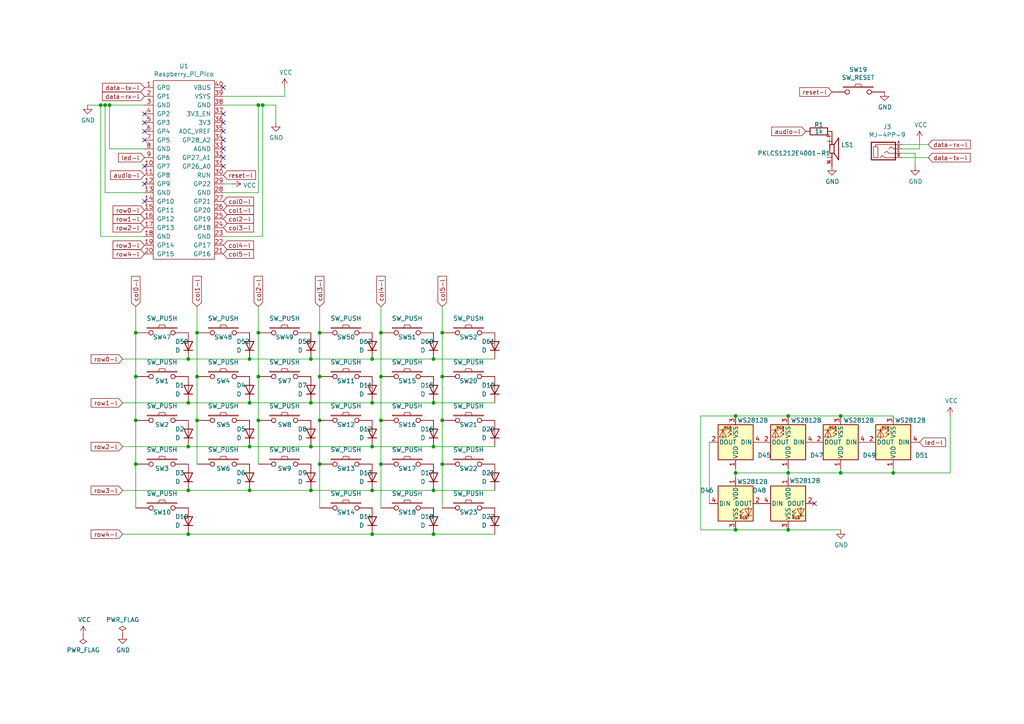
<source format=kicad_sch>
(kicad_sch (version 20250114) (generator "eeschema") (generator_version "9.0")
  (paper "A4")
  (lib_symbols
    (symbol "Device:D" (pin_numbers (hide yes)) (pin_names (offset 1.016) (hide yes))
      (property "Reference" "D" (at 0 2.54 0))
      (property "Value" "D" (at 0 -2.54 0))
      (symbol "D_0_1"
        (polyline (pts (xy -1.27 1.27) (xy -1.27 -1.27)) (stroke (width 0.254)))
        (polyline (pts (xy 1.27 1.27) (xy 1.27 -1.27) (xy -1.27 0) (xy 1.27 1.27)) (stroke (width 0.254)))
        (polyline (pts (xy 1.27 0) (xy -1.27 0)))
      )
      (symbol "D_1_1"
        (pin passive line (at -3.81 0 0) (length 2.54) (name "K") (number "1"))
        (pin passive line (at 3.81 0 180) (length 2.54) (name "A") (number "2"))
      )
    )
    (symbol "Device:R" (pin_numbers (hide yes)) (pin_names (offset 0))
      (property "Reference" "R" (at 2.032 0 90))
      (property "Value" "R" (at 0 0 90))
      (symbol "R_0_1"
        (rectangle (start -1.016 -2.54) (end 1.016 2.54) (stroke (width 0.254)))
      )
      (symbol "R_1_1"
        (pin passive line (at 0 3.81 270) (length 1.27) (name "~") (number "1"))
        (pin passive line (at 0 -3.81 90) (length 1.27) (name "~") (number "2"))
      )
    )
    (symbol "LED:WS2812B" (pin_names (offset 0.254))
      (property "Reference" "D" (at 5.08 5.715 0))
      (property "Value" "WS2812B" (at 1.27 -5.715 0))
      (symbol "WS2812B_0_0"
        (text "RGB" (at 2.286 -4.191 0) (effects (font (size 0.762 0.762))))
      )
      (symbol "WS2812B_0_1"
        (polyline (pts (xy 1.27 -2.54) (xy 1.778 -2.54)))
        (polyline (pts (xy 1.27 -3.556) (xy 1.778 -3.556)))
        (polyline (pts (xy 2.286 -1.524) (xy 1.27 -2.54) (xy 1.27 -2.032)))
        (polyline (pts (xy 2.286 -2.54) (xy 1.27 -3.556) (xy 1.27 -3.048)))
        (polyline (pts (xy 3.683 -1.016) (xy 3.683 -3.556) (xy 3.683 -4.064)))
        (polyline (pts (xy 4.699 -1.524) (xy 2.667 -1.524) (xy 3.683 -3.556) (xy 4.699 -1.524)))
        (polyline (pts (xy 4.699 -3.556) (xy 2.667 -3.556)))
        (rectangle (start 5.08 5.08) (end -5.08 -5.08) (stroke (width 0.254)) (fill (type background)))
      )
      (symbol "WS2812B_1_1"
        (pin input line (at -7.62 0 0) (length 2.54) (name "DIN") (number "4"))
        (pin power_in line (at 0 7.62 270) (length 2.54) (name "VDD") (number "1"))
        (pin power_in line (at 0 -7.62 90) (length 2.54) (name "VSS") (number "3"))
        (pin output line (at 7.62 0 180) (length 2.54) (name "DOUT") (number "2"))
      )
    )
    (symbol "_tergo_lib:MJ-4PP-9" (pin_names (offset 1.016))
      (property "Reference" "J" (at 0 3.81 0))
      (property "Value" "MJ-4PP-9" (at 0 -3.81 0))
      (symbol "MJ-4PP-9_0_1"
        (polyline (pts (xy -2.54 1.27) (xy -2.54 1.905) (xy 3.175 1.905)))
        (rectangle (start -1.905 -1.905) (end -3.175 1.27))
        (polyline (pts (xy -1.27 -1.905) (xy -0.635 -1.27) (xy 0 -1.905) (xy 3.175 -1.905)))
        (polyline (pts (xy 0 -0.635) (xy 0.635 0) (xy 1.27 -0.635) (xy 3.175 -0.635)))
        (polyline (pts (xy 1.27 0.635) (xy 1.905 1.27) (xy 2.54 0.635) (xy 3.175 0.635)))
        (rectangle (start 3.175 2.54) (end -3.81 -2.54) (stroke (width 0.3048)))
      )
      (symbol "MJ-4PP-9_1_1"
        (pin input line (at 5.08 1.905 180) (length 2.0066) (name "~") (number "A"))
        (pin input line (at 5.08 0.635 180) (length 2.0066) (name "~") (number "D"))
        (pin input line (at 5.08 -0.635 180) (length 2.0066) (name "~") (number "C"))
        (pin input line (at 5.08 -1.905 180) (length 2.0066) (name "~") (number "B"))
      )
    )
    (symbol "_tergo_lib:PKLCS1212E4001-R1" (pin_names (offset 1.016))
      (property "Reference" "LS" (at -3.82 8.9133 0))
      (property "Value" "PKLCS1212E4001-R1" (at -3.823 -11.469 0))
      (symbol "PKLCS1212E4001-R1_0_0"
        (polyline (pts (xy -0.635 1.27) (xy 0 1.27)) (stroke (width 0.254)))
        (polyline (pts (xy -0.635 -1.27) (xy -0.635 1.27)) (stroke (width 0.254)))
        (polyline (pts (xy 0 1.27) (xy 0 2.54)) (stroke (width 0.254)))
        (polyline (pts (xy 0 1.27) (xy 0.635 1.27)) (stroke (width 0.254)))
        (polyline (pts (xy 0 -1.27) (xy -0.635 -1.27)) (stroke (width 0.254)))
        (polyline (pts (xy 0 -1.27) (xy 0 -2.54)) (stroke (width 0.254)))
        (polyline (pts (xy 0.635 1.27) (xy 0.635 -1.27)) (stroke (width 0.254)))
        (polyline (pts (xy 0.635 1.27) (xy 1.905 3.175)) (stroke (width 0.254)))
        (polyline (pts (xy 0.635 -1.27) (xy 0 -1.27)) (stroke (width 0.254)))
        (polyline (pts (xy 1.905 3.175) (xy 1.905 -3.175)) (stroke (width 0.254)))
        (polyline (pts (xy 1.905 -3.175) (xy 0.635 -1.27)) (stroke (width 0.254)))
        (text "+" (at -1.905 1.27 0) (effects (font (size 1.778 1.778)) (justify left bottom)))
        (text "-" (at -1.905 -1.27 0) (effects (font (size 1.778 1.778)) (justify left top)))
        (pin passive line (at 0 5.08 270) (length 2.54) (name "~") (number "P"))
        (pin passive line (at 0 -5.08 90) (length 2.54) (name "~") (number "N"))
      )
    )
    (symbol "_tergo_lib:Raspberry_Pi_Pico" (pin_names (offset 1.016))
      (property "Reference" "U" (at 0 27.559 0))
      (property "Value" "Raspberry_Pi_Pico" (at 0.0508 -27.4574 0))
      (symbol "Raspberry_Pi_Pico_0_0"
        (pin bidirectional line (at -11.43 24.13 0) (length 2.54) (name "GP0") (number "1"))
        (pin bidirectional line (at -11.43 21.59 0) (length 2.54) (name "GP1") (number "2"))
        (pin power_in line (at -11.43 19.05 0) (length 2.54) (name "GND") (number "3"))
        (pin bidirectional line (at -11.43 16.51 0) (length 2.54) (name "GP2") (number "4"))
        (pin bidirectional line (at -11.43 13.97 0) (length 2.54) (name "GP3") (number "5"))
        (pin bidirectional line (at -11.43 11.43 0) (length 2.54) (name "GP4") (number "6"))
        (pin bidirectional line (at -11.43 8.89 0) (length 2.54) (name "GP5") (number "7"))
        (pin power_in line (at -11.43 6.35 0) (length 2.54) (name "GND") (number "8"))
        (pin bidirectional line (at -11.43 3.81 0) (length 2.54) (name "GP6") (number "9"))
        (pin bidirectional line (at -11.43 1.27 0) (length 2.54) (name "GP7") (number "10"))
        (pin bidirectional line (at -11.43 -1.27 0) (length 2.54) (name "GP8") (number "11"))
        (pin bidirectional line (at -11.43 -3.81 0) (length 2.54) (name "GP9") (number "12"))
        (pin power_in line (at -11.43 -6.35 0) (length 2.54) (name "GND") (number "13"))
        (pin bidirectional line (at -11.43 -8.89 0) (length 2.54) (name "GP10") (number "14"))
        (pin bidirectional line (at -11.43 -11.43 0) (length 2.54) (name "GP11") (number "15"))
        (pin bidirectional line (at -11.43 -13.97 0) (length 2.54) (name "GP12") (number "16"))
        (pin bidirectional line (at -11.43 -16.51 0) (length 2.54) (name "GP13") (number "17"))
        (pin power_in line (at -11.43 -19.05 0) (length 2.54) (name "GND") (number "18"))
        (pin bidirectional line (at -11.43 -21.59 0) (length 2.54) (name "GP14") (number "19"))
        (pin bidirectional line (at -11.43 -24.13 0) (length 2.54) (name "GP15") (number "20"))
        (pin power_in line (at 11.43 24.13 180) (length 2.54) (name "VBUS") (number "40"))
        (pin power_in line (at 11.43 21.59 180) (length 2.54) (name "VSYS") (number "39"))
        (pin power_in line (at 11.43 19.05 180) (length 2.54) (name "GND") (number "38"))
        (pin input line (at 11.43 16.51 180) (length 2.54) (name "3V3_EN") (number "37"))
        (pin power_out line (at 11.43 13.97 180) (length 2.54) (name "3V3") (number "36"))
        (pin power_in line (at 11.43 11.43 180) (length 2.54) (name "ADC_VREF") (number "35"))
        (pin bidirectional line (at 11.43 8.89 180) (length 2.54) (name "GP28_A2") (number "34"))
        (pin power_in line (at 11.43 6.35 180) (length 2.54) (name "AGND") (number "33"))
        (pin bidirectional line (at 11.43 3.81 180) (length 2.54) (name "GP27_A1") (number "32"))
        (pin bidirectional line (at 11.43 1.27 180) (length 2.54) (name "GP26_A0") (number "31"))
        (pin input line (at 11.43 -1.27 180) (length 2.54) (name "RUN") (number "30"))
        (pin bidirectional line (at 11.43 -3.81 180) (length 2.54) (name "GP22") (number "29"))
        (pin power_in line (at 11.43 -6.35 180) (length 2.54) (name "GND") (number "28"))
        (pin bidirectional line (at 11.43 -8.89 180) (length 2.54) (name "GP21") (number "27"))
        (pin bidirectional line (at 11.43 -11.43 180) (length 2.54) (name "GP20") (number "26"))
        (pin bidirectional line (at 11.43 -13.97 180) (length 2.54) (name "GP19") (number "25"))
        (pin bidirectional line (at 11.43 -16.51 180) (length 2.54) (name "GP18") (number "24"))
        (pin power_in line (at 11.43 -19.05 180) (length 2.54) (name "GND") (number "23"))
        (pin bidirectional line (at 11.43 -21.59 180) (length 2.54) (name "GP17") (number "22"))
        (pin bidirectional line (at 11.43 -24.13 180) (length 2.54) (name "GP16") (number "21"))
      )
      (symbol "Raspberry_Pi_Pico_0_1"
        (rectangle (start -8.89 26.162) (end 8.89 -25.654))
      )
    )
    (symbol "_tergo_lib:SW_PUSH" (pin_numbers (hide yes)) (pin_names (offset 1.016) (hide yes))
      (property "Reference" "SW" (at 3.81 2.794 0))
      (property "Value" "SW_PUSH" (at 0 -2.032 0))
      (symbol "SW_PUSH_0_1"
        (rectangle (start -4.318 1.524) (end 4.318 1.27))
        (polyline (pts (xy -1.016 1.524) (xy -0.762 2.286) (xy 0.762 2.286) (xy 1.016 1.524)))
        (pin passive inverted (at -7.62 0 0) (length 5.08) (name "1") (number "1"))
        (pin passive inverted (at 7.62 0 180) (length 5.08) (name "2") (number "2"))
      )
    )
    (symbol "power:GND" (power) (pin_numbers (hide yes)) (pin_names (offset 0) (hide yes))
      (property "Value" "GND" (at 0 -3.81 0))
      (symbol "GND_0_1"
        (polyline (pts (xy 0 0) (xy 0 -1.27) (xy 1.27 -1.27) (xy 0 -2.54) (xy -1.27 -1.27) (xy 0 -1.27)))
      )
      (symbol "GND_1_1"
        (pin power_in line (at 0 0 270) (length 0) (name "~") (number "1"))
      )
    )
    (symbol "power:PWR_FLAG" (power) (pin_numbers (hide yes)) (pin_names (offset 0) (hide yes))
      (property "Value" "PWR_FLAG" (at 0 3.81 0))
      (symbol "PWR_FLAG_0_0"
        (pin power_out line (at 0 0 90) (length 0) (name "~") (number "1"))
      )
      (symbol "PWR_FLAG_0_1"
        (polyline (pts (xy 0 0) (xy 0 1.27) (xy -1.016 1.905) (xy 0 2.54) (xy 1.016 1.905) (xy 0 1.27)))
      )
    )
    (symbol "power:VCC" (power) (pin_numbers (hide yes)) (pin_names (offset 0) (hide yes))
      (property "Value" "VCC" (at 0 3.556 0))
      (symbol "VCC_0_1"
        (polyline (pts (xy -0.762 1.27) (xy 0 2.54)))
        (polyline (pts (xy 0 2.54) (xy 0.762 1.27)))
        (polyline (pts (xy 0 0) (xy 0 2.54)))
      )
      (symbol "VCC_1_1"
        (pin power_in line (at 0 0 90) (length 0) (name "~") (number "1"))
      )
    )
  )
  (junction (at 213.36 137.16))
  (junction (at 125.73 142.24))
  (junction (at 74.93 109.22))
  (junction (at 213.36 153.67))
  (junction (at 54.61 116.84))
  (junction (at 74.93 121.92))
  (junction (at 72.39 129.54))
  (junction (at 57.15 121.92))
  (junction (at 92.71 134.62))
  (junction (at 107.95 154.94))
  (junction (at 128.27 121.92))
  (junction (at 54.61 142.24))
  (junction (at 31.75 30.48))
  (junction (at 76.2 30.48))
  (junction (at 54.61 104.14))
  (junction (at 90.17 142.24))
  (junction (at 228.6 120.65))
  (junction (at 107.95 116.84))
  (junction (at 72.39 104.14))
  (junction (at 74.93 30.48))
  (junction (at 30.48 30.48))
  (junction (at 29.21 30.48))
  (junction (at 213.36 120.65))
  (junction (at 125.73 129.54))
  (junction (at 110.49 109.22))
  (junction (at 72.39 142.24))
  (junction (at 39.37 96.52))
  (junction (at 92.71 96.52))
  (junction (at 128.27 134.62))
  (junction (at 228.6 153.67))
  (junction (at 74.93 96.52))
  (junction (at 243.84 120.65))
  (junction (at 125.73 154.94))
  (junction (at 90.17 116.84))
  (junction (at 39.37 134.62))
  (junction (at 57.15 109.22))
  (junction (at 57.15 96.52))
  (junction (at 128.27 109.22))
  (junction (at 110.49 134.62))
  (junction (at 54.61 154.94))
  (junction (at 39.37 109.22))
  (junction (at 125.73 104.14))
  (junction (at 243.84 137.16))
  (junction (at 259.08 137.16))
  (junction (at 90.17 104.14))
  (junction (at 54.61 129.54))
  (junction (at 228.6 137.16))
  (junction (at 107.95 142.24))
  (junction (at 92.71 109.22))
  (junction (at 125.73 116.84))
  (junction (at 128.27 96.52))
  (junction (at 39.37 121.92))
  (junction (at 110.49 96.52))
  (junction (at 90.17 129.54))
  (junction (at 107.95 104.14))
  (junction (at 110.49 121.92))
  (junction (at 107.95 129.54))
  (junction (at 92.71 121.92))
  (junction (at 72.39 116.84))
  (no_connect (at 64.77 25.4))
  (no_connect (at 64.77 33.02))
  (no_connect (at 64.77 45.72))
  (no_connect (at 64.77 48.26))
  (no_connect (at 41.91 35.56))
  (no_connect (at 41.91 33.02))
  (no_connect (at 41.91 58.42))
  (no_connect (at 41.91 53.34))
  (no_connect (at 41.91 48.26))
  (no_connect (at 64.77 43.18))
  (no_connect (at 64.77 35.56))
  (no_connect (at 236.22 146.05))
  (no_connect (at 64.77 38.1))
  (no_connect (at 41.91 38.1))
  (no_connect (at 41.91 40.64))
  (no_connect (at 64.77 40.64))
  (wire (pts (xy 92.71 96.52) (xy 92.71 88.9)))
  (wire (pts (xy 76.2 30.48) (xy 80.01 30.48)))
  (wire (pts (xy 35.56 142.24) (xy 54.61 142.24)))
  (wire (pts (xy 110.49 121.92) (xy 110.49 109.22)))
  (wire (pts (xy 74.93 121.92) (xy 74.93 134.62)))
  (wire (pts (xy 29.21 30.48) (xy 30.48 30.48)))
  (wire (pts (xy 266.7 43.18) (xy 266.7 40.64)))
  (wire (pts (xy 213.36 120.65) (xy 203.2 120.65)))
  (wire (pts (xy 31.75 30.48) (xy 41.91 30.48)))
  (wire (pts (xy 57.15 121.92) (xy 57.15 134.62)))
  (wire (pts (xy 125.73 142.24) (xy 107.95 142.24)))
  (wire (pts (xy 213.36 153.67) (xy 228.6 153.67)))
  (wire (pts (xy 261.62 43.18) (xy 266.7 43.18)))
  (wire (pts (xy 35.56 104.14) (xy 54.61 104.14)))
  (wire (pts (xy 54.61 129.54) (xy 35.56 129.54)))
  (wire (pts (xy 128.27 121.92) (xy 128.27 134.62)))
  (wire (pts (xy 110.49 88.9) (xy 110.49 96.52)))
  (wire (pts (xy 64.77 27.94) (xy 82.55 27.94)))
  (wire (pts (xy 259.08 120.65) (xy 243.84 120.65)))
  (wire (pts (xy 107.95 104.14) (xy 125.73 104.14)))
  (wire (pts (xy 82.55 25.4) (xy 82.55 27.94)))
  (wire (pts (xy 228.6 135.89) (xy 228.6 137.16)))
  (wire (pts (xy 259.08 137.16) (xy 243.84 137.16)))
  (wire (pts (xy 54.61 154.94) (xy 35.56 154.94)))
  (wire (pts (xy 275.59 137.16) (xy 259.08 137.16)))
  (wire (pts (xy 228.6 137.16) (xy 213.36 137.16)))
  (wire (pts (xy 213.36 137.16) (xy 213.36 135.89)))
  (wire (pts (xy 143.51 154.94) (xy 125.73 154.94)))
  (wire (pts (xy 143.51 129.54) (xy 125.73 129.54)))
  (wire (pts (xy 39.37 88.9) (xy 39.37 96.52)))
  (wire (pts (xy 125.73 104.14) (xy 143.51 104.14)))
  (wire (pts (xy 110.49 96.52) (xy 110.49 109.22)))
  (wire (pts (xy 72.39 104.14) (xy 90.17 104.14)))
  (wire (pts (xy 39.37 134.62) (xy 39.37 121.92)))
  (wire (pts (xy 64.77 53.34) (xy 67.31 53.34)))
  (wire (pts (xy 30.48 55.88) (xy 30.48 30.48)))
  (wire (pts (xy 107.95 142.24) (xy 90.17 142.24)))
  (wire (pts (xy 203.2 153.67) (xy 213.36 153.67)))
  (wire (pts (xy 228.6 138.43) (xy 228.6 137.16)))
  (wire (pts (xy 92.71 121.92) (xy 92.71 134.62)))
  (wire (pts (xy 228.6 120.65) (xy 213.36 120.65)))
  (wire (pts (xy 39.37 96.52) (xy 39.37 109.22)))
  (wire (pts (xy 261.62 44.45) (xy 265.43 44.45)))
  (wire (pts (xy 275.59 120.65) (xy 275.59 137.16)))
  (wire (pts (xy 128.27 88.9) (xy 128.27 96.52)))
  (wire (pts (xy 57.15 109.22) (xy 57.15 121.92)))
  (wire (pts (xy 29.21 68.58) (xy 29.21 30.48)))
  (wire (pts (xy 107.95 129.54) (xy 90.17 129.54)))
  (wire (pts (xy 128.27 109.22) (xy 128.27 121.92)))
  (wire (pts (xy 90.17 104.14) (xy 107.95 104.14)))
  (wire (pts (xy 269.24 45.72) (xy 261.62 45.72)))
  (wire (pts (xy 243.84 120.65) (xy 228.6 120.65)))
  (wire (pts (xy 57.15 96.52) (xy 57.15 109.22)))
  (wire (pts (xy 143.51 142.24) (xy 125.73 142.24)))
  (wire (pts (xy 54.61 116.84) (xy 35.56 116.84)))
  (wire (pts (xy 54.61 154.94) (xy 107.95 154.94)))
  (wire (pts (xy 143.51 116.84) (xy 125.73 116.84)))
  (wire (pts (xy 74.93 109.22) (xy 74.93 121.92)))
  (wire (pts (xy 64.77 55.88) (xy 74.93 55.88)))
  (wire (pts (xy 92.71 109.22) (xy 92.71 96.52)))
  (wire (pts (xy 259.08 135.89) (xy 259.08 137.16)))
  (wire (pts (xy 74.93 30.48) (xy 76.2 30.48)))
  (wire (pts (xy 31.75 43.18) (xy 31.75 30.48)))
  (wire (pts (xy 92.71 147.32) (xy 92.71 134.62)))
  (wire (pts (xy 110.49 134.62) (xy 110.49 147.32)))
  (wire (pts (xy 90.17 142.24) (xy 72.39 142.24)))
  (wire (pts (xy 125.73 116.84) (xy 107.95 116.84)))
  (wire (pts (xy 41.91 43.18) (xy 31.75 43.18)))
  (wire (pts (xy 125.73 154.94) (xy 107.95 154.94)))
  (wire (pts (xy 80.01 30.48) (xy 80.01 35.56)))
  (wire (pts (xy 74.93 96.52) (xy 74.93 109.22)))
  (wire (pts (xy 57.15 88.9) (xy 57.15 96.52)))
  (wire (pts (xy 41.91 55.88) (xy 30.48 55.88)))
  (wire (pts (xy 128.27 134.62) (xy 128.27 147.32)))
  (wire (pts (xy 74.93 55.88) (xy 74.93 30.48)))
  (wire (pts (xy 72.39 142.24) (xy 54.61 142.24)))
  (wire (pts (xy 30.48 30.48) (xy 31.75 30.48)))
  (wire (pts (xy 243.84 135.89) (xy 243.84 137.16)))
  (wire (pts (xy 92.71 121.92) (xy 92.71 109.22)))
  (wire (pts (xy 90.17 116.84) (xy 72.39 116.84)))
  (wire (pts (xy 72.39 129.54) (xy 54.61 129.54)))
  (wire (pts (xy 64.77 68.58) (xy 76.2 68.58)))
  (wire (pts (xy 39.37 109.22) (xy 39.37 121.92)))
  (wire (pts (xy 265.43 44.45) (xy 265.43 48.26)))
  (wire (pts (xy 110.49 121.92) (xy 110.49 134.62)))
  (wire (pts (xy 203.2 120.65) (xy 203.2 153.67)))
  (wire (pts (xy 25.4 30.48) (xy 29.21 30.48)))
  (wire (pts (xy 125.73 129.54) (xy 107.95 129.54)))
  (wire (pts (xy 205.74 128.27) (xy 205.74 146.05)))
  (wire (pts (xy 213.36 138.43) (xy 213.36 137.16)))
  (wire (pts (xy 41.91 68.58) (xy 29.21 68.58)))
  (wire (pts (xy 54.61 104.14) (xy 72.39 104.14)))
  (wire (pts (xy 90.17 129.54) (xy 72.39 129.54)))
  (wire (pts (xy 76.2 68.58) (xy 76.2 30.48)))
  (wire (pts (xy 128.27 96.52) (xy 128.27 109.22)))
  (wire (pts (xy 74.93 88.9) (xy 74.93 96.52)))
  (wire (pts (xy 107.95 116.84) (xy 90.17 116.84)))
  (wire (pts (xy 228.6 153.67) (xy 243.84 153.67)))
  (wire (pts (xy 243.84 137.16) (xy 228.6 137.16)))
  (wire (pts (xy 72.39 116.84) (xy 54.61 116.84)))
  (wire (pts (xy 39.37 134.62) (xy 39.37 147.32)))
  (wire (pts (xy 64.77 30.48) (xy 74.93 30.48)))
  (wire (pts (xy 261.62 41.91) (xy 269.24 41.91)))
  (global_label "row1-l" (shape input) (at 35.56 116.84 180) (property "Intersheetrefs" "${INTERSHEET_REFS}" (effects (hide yes))))
  (global_label "col1-l" (shape input) (at 64.77 60.96 0) (property "Intersheetrefs" "${INTERSHEET_REFS}" (effects (hide yes))))
  (global_label "col5-l" (shape input) (at 128.27 88.9 90) (property "Intersheetrefs" "${INTERSHEET_REFS}" (effects (hide yes))))
  (global_label "row2-l" (shape input) (at 35.56 129.54 180) (property "Intersheetrefs" "${INTERSHEET_REFS}" (effects (hide yes))))
  (global_label "col0-l" (shape input) (at 39.37 88.9 90) (property "Intersheetrefs" "${INTERSHEET_REFS}" (effects (hide yes))))
  (global_label "row4-l" (shape input) (at 35.56 154.94 180) (property "Intersheetrefs" "${INTERSHEET_REFS}" (effects (hide yes))))
  (global_label "audio-l" (shape input) (at 233.68 38.1 180) (property "Intersheetrefs" "${INTERSHEET_REFS}" (effects (hide yes))))
  (global_label "col5-l" (shape input) (at 64.77 73.66 0) (property "Intersheetrefs" "${INTERSHEET_REFS}" (effects (hide yes))))
  (global_label "data-rx-l" (shape input) (at 41.91 27.94 180) (property "Intersheetrefs" "${INTERSHEET_REFS}" (effects (hide yes))))
  (global_label "col4-l" (shape input) (at 64.77 71.12 0) (property "Intersheetrefs" "${INTERSHEET_REFS}" (effects (hide yes))))
  (global_label "row2-l" (shape input) (at 41.91 66.04 180) (property "Intersheetrefs" "${INTERSHEET_REFS}" (effects (hide yes))))
  (global_label "col2-l" (shape input) (at 64.77 63.5 0) (property "Intersheetrefs" "${INTERSHEET_REFS}" (effects (hide yes))))
  (global_label "reset-l" (shape input) (at 64.77 50.8 0) (property "Intersheetrefs" "${INTERSHEET_REFS}" (effects (hide yes))))
  (global_label "col0-l" (shape input) (at 64.77 58.42 0) (property "Intersheetrefs" "${INTERSHEET_REFS}" (effects (hide yes))))
  (global_label "audio-l" (shape input) (at 41.91 50.8 180) (property "Intersheetrefs" "${INTERSHEET_REFS}" (effects (hide yes))))
  (global_label "data-tx-l" (shape input) (at 41.91 25.4 180) (property "Intersheetrefs" "${INTERSHEET_REFS}" (effects (hide yes))))
  (global_label "led-l" (shape input) (at 41.91 45.72 180) (property "Intersheetrefs" "${INTERSHEET_REFS}" (effects (hide yes))))
  (global_label "led-l" (shape input) (at 266.7 128.27 0) (property "Intersheetrefs" "${INTERSHEET_REFS}" (effects (hide yes))))
  (global_label "row3-l" (shape input) (at 41.91 71.12 180) (property "Intersheetrefs" "${INTERSHEET_REFS}" (effects (hide yes))))
  (global_label "row0-l" (shape input) (at 35.56 104.14 180) (property "Intersheetrefs" "${INTERSHEET_REFS}" (effects (hide yes))))
  (global_label "col1-l" (shape input) (at 57.15 88.9 90) (property "Intersheetrefs" "${INTERSHEET_REFS}" (effects (hide yes))))
  (global_label "data-rx-l" (shape input) (at 269.24 41.91 0) (property "Intersheetrefs" "${INTERSHEET_REFS}" (effects (hide yes))))
  (global_label "col3-l" (shape input) (at 92.71 88.9 90) (property "Intersheetrefs" "${INTERSHEET_REFS}" (effects (hide yes))))
  (global_label "row4-l" (shape input) (at 41.91 73.66 180) (property "Intersheetrefs" "${INTERSHEET_REFS}" (effects (hide yes))))
  (global_label "row0-l" (shape input) (at 41.91 60.96 180) (property "Intersheetrefs" "${INTERSHEET_REFS}" (effects (hide yes))))
  (global_label "col2-l" (shape input) (at 74.93 88.9 90) (property "Intersheetrefs" "${INTERSHEET_REFS}" (effects (hide yes))))
  (global_label "row3-l" (shape input) (at 35.56 142.24 180) (property "Intersheetrefs" "${INTERSHEET_REFS}" (effects (hide yes))))
  (global_label "col4-l" (shape input) (at 110.49 88.9 90) (property "Intersheetrefs" "${INTERSHEET_REFS}" (effects (hide yes))))
  (global_label "reset-l" (shape input) (at 241.3 26.67 180) (property "Intersheetrefs" "${INTERSHEET_REFS}" (effects (hide yes))))
  (global_label "col3-l" (shape input) (at 64.77 66.04 0) (property "Intersheetrefs" "${INTERSHEET_REFS}" (effects (hide yes))))
  (global_label "row1-l" (shape input) (at 41.91 63.5 180) (property "Intersheetrefs" "${INTERSHEET_REFS}" (effects (hide yes))))
  (global_label "data-tx-l" (shape input) (at 269.24 45.72 0) (property "Intersheetrefs" "${INTERSHEET_REFS}" (effects (hide yes))))
  (symbol (lib_id "_tergo_lib:SW_PUSH") (at 46.99 109.22 0) (unit 1)
    (property "Reference" "SW1" (at 46.99 110.49 0))
    (property "Value" "SW_PUSH" (at 46.99 105.0544 0))
    (property "Footprint" "_tergo_lib:CherryMX_Choco_Hotswap" (effects (hide yes)))
  )
  (symbol (lib_id "Device:D") (at 54.61 113.03 90) (unit 1)
    (property "Reference" "D1" (at 50.8 111.76 90) (effects (justify right)))
    (property "Value" "D" (at 50.8 114.3 90) (effects (justify right)))
    (property "Footprint" "_tergo_lib:Keebio-Diode-Hybrid-Back" (effects (hide yes)))
    (property "Description" "Diode" (effects (hide yes)))
    (property "Sim.Device" "D" (effects (hide yes)))
    (property "Sim.Pins" "1=K 2=A" (effects (hide yes)))
  )
  (symbol (lib_id "_tergo_lib:SW_PUSH") (at 46.99 121.92 0) (unit 1)
    (property "Reference" "SW2" (at 46.99 123.19 0))
    (property "Value" "SW_PUSH" (at 46.99 117.7544 0))
    (property "Footprint" "_tergo_lib:CherryMX_Choco_Hotswap" (effects (hide yes)))
  )
  (symbol (lib_id "Device:D") (at 54.61 125.73 90) (unit 1)
    (property "Reference" "D2" (at 50.8 124.46 90) (effects (justify right)))
    (property "Value" "D" (at 50.8 127 90) (effects (justify right)))
    (property "Footprint" "_tergo_lib:Keebio-Diode-Hybrid-Back" (effects (hide yes)))
    (property "Description" "Diode" (effects (hide yes)))
    (property "Sim.Device" "D" (effects (hide yes)))
    (property "Sim.Pins" "1=K 2=A" (effects (hide yes)))
  )
  (symbol (lib_id "_tergo_lib:SW_PUSH") (at 46.99 134.62 0) (unit 1)
    (property "Reference" "SW3" (at 46.99 135.89 0))
    (property "Value" "SW_PUSH" (at 46.99 130.4544 0))
    (property "Footprint" "_tergo_lib:CherryMX_Choco_Hotswap" (effects (hide yes)))
  )
  (symbol (lib_id "Device:D") (at 54.61 138.43 90) (unit 1)
    (property "Reference" "D3" (at 50.8 137.16 90) (effects (justify right)))
    (property "Value" "D" (at 50.8 139.7 90) (effects (justify right)))
    (property "Footprint" "_tergo_lib:Keebio-Diode-Hybrid-Back" (effects (hide yes)))
    (property "Description" "Diode" (effects (hide yes)))
    (property "Sim.Device" "D" (effects (hide yes)))
    (property "Sim.Pins" "1=K 2=A" (effects (hide yes)))
  )
  (symbol (lib_id "_tergo_lib:SW_PUSH") (at 64.77 109.22 0) (unit 1)
    (property "Reference" "SW4" (at 64.77 110.49 0))
    (property "Value" "SW_PUSH" (at 64.77 105.0544 0))
    (property "Footprint" "_tergo_lib:CherryMX_Choco_Hotswap" (effects (hide yes)))
  )
  (symbol (lib_id "Device:D") (at 72.39 113.03 90) (unit 1)
    (property "Reference" "D4" (at 68.58 111.76 90) (effects (justify right)))
    (property "Value" "D" (at 68.58 114.3 90) (effects (justify right)))
    (property "Footprint" "_tergo_lib:Keebio-Diode-Hybrid-Back" (effects (hide yes)))
    (property "Description" "Diode" (effects (hide yes)))
    (property "Sim.Device" "D" (effects (hide yes)))
    (property "Sim.Pins" "1=K 2=A" (effects (hide yes)))
  )
  (symbol (lib_id "_tergo_lib:SW_PUSH") (at 64.77 121.92 0) (unit 1)
    (property "Reference" "SW5" (at 64.77 123.19 0))
    (property "Value" "SW_PUSH" (at 64.77 117.7544 0))
    (property "Footprint" "_tergo_lib:CherryMX_Choco_Hotswap" (effects (hide yes)))
  )
  (symbol (lib_id "Device:D") (at 72.39 125.73 90) (unit 1)
    (property "Reference" "D5" (at 68.58 124.46 90) (effects (justify right)))
    (property "Value" "D" (at 68.58 127 90) (effects (justify right)))
    (property "Footprint" "_tergo_lib:Keebio-Diode-Hybrid-Back" (effects (hide yes)))
    (property "Description" "Diode" (effects (hide yes)))
    (property "Sim.Device" "D" (effects (hide yes)))
    (property "Sim.Pins" "1=K 2=A" (effects (hide yes)))
  )
  (symbol (lib_id "_tergo_lib:SW_PUSH") (at 64.77 134.62 0) (unit 1)
    (property "Reference" "SW6" (at 64.77 135.89 0))
    (property "Value" "SW_PUSH" (at 64.77 130.4544 0))
    (property "Footprint" "_tergo_lib:CherryMX_Choco_Hotswap" (effects (hide yes)))
  )
  (symbol (lib_id "Device:D") (at 72.39 138.43 90) (unit 1)
    (property "Reference" "D6" (at 68.58 137.16 90) (effects (justify right)))
    (property "Value" "D" (at 68.58 139.7 90) (effects (justify right)))
    (property "Footprint" "_tergo_lib:Keebio-Diode-Hybrid-Back" (effects (hide yes)))
    (property "Description" "Diode" (effects (hide yes)))
    (property "Sim.Device" "D" (effects (hide yes)))
    (property "Sim.Pins" "1=K 2=A" (effects (hide yes)))
  )
  (symbol (lib_id "_tergo_lib:SW_PUSH") (at 82.55 109.22 0) (unit 1)
    (property "Reference" "SW7" (at 82.55 110.49 0))
    (property "Value" "SW_PUSH" (at 82.55 105.0544 0))
    (property "Footprint" "_tergo_lib:CherryMX_Choco_Hotswap" (effects (hide yes)))
  )
  (symbol (lib_id "Device:D") (at 90.17 113.03 90) (unit 1)
    (property "Reference" "D7" (at 86.36 111.76 90) (effects (justify right)))
    (property "Value" "D" (at 86.36 114.3 90) (effects (justify right)))
    (property "Footprint" "_tergo_lib:Keebio-Diode-Hybrid-Back" (effects (hide yes)))
    (property "Description" "Diode" (effects (hide yes)))
    (property "Sim.Device" "D" (effects (hide yes)))
    (property "Sim.Pins" "1=K 2=A" (effects (hide yes)))
  )
  (symbol (lib_id "_tergo_lib:SW_PUSH") (at 82.55 121.92 0) (unit 1)
    (property "Reference" "SW8" (at 82.55 123.19 0))
    (property "Value" "SW_PUSH" (at 82.55 117.7544 0))
    (property "Footprint" "_tergo_lib:CherryMX_Choco_Hotswap" (effects (hide yes)))
  )
  (symbol (lib_id "Device:D") (at 90.17 125.73 90) (unit 1)
    (property "Reference" "D8" (at 86.36 124.46 90) (effects (justify right)))
    (property "Value" "D" (at 86.36 127 90) (effects (justify right)))
    (property "Footprint" "_tergo_lib:Keebio-Diode-Hybrid-Back" (effects (hide yes)))
    (property "Description" "Diode" (effects (hide yes)))
    (property "Sim.Device" "D" (effects (hide yes)))
    (property "Sim.Pins" "1=K 2=A" (effects (hide yes)))
  )
  (symbol (lib_id "_tergo_lib:SW_PUSH") (at 82.55 134.62 0) (unit 1)
    (property "Reference" "SW9" (at 82.55 135.89 0))
    (property "Value" "SW_PUSH" (at 82.55 130.4544 0))
    (property "Footprint" "_tergo_lib:CherryMX_Choco_Hotswap" (effects (hide yes)))
  )
  (symbol (lib_id "Device:D") (at 90.17 138.43 90) (unit 1)
    (property "Reference" "D9" (at 86.36 137.16 90) (effects (justify right)))
    (property "Value" "D" (at 86.36 139.7 90) (effects (justify right)))
    (property "Footprint" "_tergo_lib:Keebio-Diode-Hybrid-Back" (effects (hide yes)))
    (property "Description" "Diode" (effects (hide yes)))
    (property "Sim.Device" "D" (effects (hide yes)))
    (property "Sim.Pins" "1=K 2=A" (effects (hide yes)))
  )
  (symbol (lib_id "_tergo_lib:SW_PUSH") (at 46.99 147.32 0) (unit 1)
    (property "Reference" "SW10" (at 46.99 148.59 0))
    (property "Value" "SW_PUSH" (at 46.99 143.1544 0))
    (property "Footprint" "_tergo_lib:CherryMX_Choco_Hotswap" (effects (hide yes)))
  )
  (symbol (lib_id "Device:D") (at 54.61 151.13 90) (unit 1)
    (property "Reference" "D10" (at 50.8 149.86 90) (effects (justify right)))
    (property "Value" "D" (at 50.8 152.4 90) (effects (justify right)))
    (property "Footprint" "_tergo_lib:Keebio-Diode-Hybrid-Back" (effects (hide yes)))
    (property "Description" "Diode" (effects (hide yes)))
    (property "Sim.Device" "D" (effects (hide yes)))
    (property "Sim.Pins" "1=K 2=A" (effects (hide yes)))
  )
  (symbol (lib_id "_tergo_lib:SW_PUSH") (at 100.33 109.22 0) (unit 1)
    (property "Reference" "SW11" (at 100.33 110.49 0))
    (property "Value" "SW_PUSH" (at 100.33 105.0544 0))
    (property "Footprint" "_tergo_lib:CherryMX_Choco_Hotswap" (effects (hide yes)))
  )
  (symbol (lib_id "Device:D") (at 107.95 113.03 90) (unit 1)
    (property "Reference" "D11" (at 104.14 111.76 90) (effects (justify right)))
    (property "Value" "D" (at 104.14 114.3 90) (effects (justify right)))
    (property "Footprint" "_tergo_lib:Keebio-Diode-Hybrid-Back" (effects (hide yes)))
    (property "Description" "Diode" (effects (hide yes)))
    (property "Sim.Device" "D" (effects (hide yes)))
    (property "Sim.Pins" "1=K 2=A" (effects (hide yes)))
  )
  (symbol (lib_id "_tergo_lib:SW_PUSH") (at 100.33 121.92 0) (unit 1)
    (property "Reference" "SW12" (at 100.33 123.19 0))
    (property "Value" "SW_PUSH" (at 100.33 117.7544 0))
    (property "Footprint" "_tergo_lib:CherryMX_Choco_Hotswap" (effects (hide yes)))
  )
  (symbol (lib_id "Device:D") (at 107.95 125.73 90) (unit 1)
    (property "Reference" "D12" (at 104.14 124.46 90) (effects (justify right)))
    (property "Value" "D" (at 104.14 127 90) (effects (justify right)))
    (property "Footprint" "_tergo_lib:Keebio-Diode-Hybrid-Back" (effects (hide yes)))
    (property "Description" "Diode" (effects (hide yes)))
    (property "Sim.Device" "D" (effects (hide yes)))
    (property "Sim.Pins" "1=K 2=A" (effects (hide yes)))
  )
  (symbol (lib_id "_tergo_lib:SW_PUSH") (at 100.33 134.62 0) (unit 1)
    (property "Reference" "SW13" (at 100.33 135.89 0))
    (property "Value" "SW_PUSH" (at 100.33 130.4544 0))
    (property "Footprint" "_tergo_lib:CherryMX_Choco_Hotswap" (effects (hide yes)))
  )
  (symbol (lib_id "Device:D") (at 107.95 138.43 90) (unit 1)
    (property "Reference" "D13" (at 104.14 137.16 90) (effects (justify right)))
    (property "Value" "D" (at 104.14 139.7 90) (effects (justify right)))
    (property "Footprint" "_tergo_lib:Keebio-Diode-Hybrid-Back" (effects (hide yes)))
    (property "Description" "Diode" (effects (hide yes)))
    (property "Sim.Device" "D" (effects (hide yes)))
    (property "Sim.Pins" "1=K 2=A" (effects (hide yes)))
  )
  (symbol (lib_id "_tergo_lib:SW_PUSH") (at 100.33 147.32 0) (unit 1)
    (property "Reference" "SW14" (at 100.33 148.59 0))
    (property "Value" "SW_PUSH" (at 100.33 143.1544 0))
    (property "Footprint" "_tergo_lib:CherryMX_Choco_Hotswap" (effects (hide yes)))
  )
  (symbol (lib_id "Device:D") (at 107.95 151.13 90) (unit 1)
    (property "Reference" "D14" (at 104.14 149.86 90) (effects (justify right)))
    (property "Value" "D" (at 104.14 152.4 90) (effects (justify right)))
    (property "Footprint" "_tergo_lib:Keebio-Diode-Hybrid-Back" (effects (hide yes)))
    (property "Description" "Diode" (effects (hide yes)))
    (property "Sim.Device" "D" (effects (hide yes)))
    (property "Sim.Pins" "1=K 2=A" (effects (hide yes)))
  )
  (symbol (lib_id "_tergo_lib:SW_PUSH") (at 118.11 109.22 0) (unit 1)
    (property "Reference" "SW15" (at 118.11 110.49 0))
    (property "Value" "SW_PUSH" (at 118.11 105.0544 0))
    (property "Footprint" "_tergo_lib:CherryMX_Choco_Hotswap" (effects (hide yes)))
  )
  (symbol (lib_id "Device:D") (at 125.73 113.03 90) (unit 1)
    (property "Reference" "D15" (at 121.92 111.76 90) (effects (justify right)))
    (property "Value" "D" (at 121.92 114.3 90) (effects (justify right)))
    (property "Footprint" "_tergo_lib:Keebio-Diode-Hybrid-Back" (effects (hide yes)))
    (property "Description" "Diode" (effects (hide yes)))
    (property "Sim.Device" "D" (effects (hide yes)))
    (property "Sim.Pins" "1=K 2=A" (effects (hide yes)))
  )
  (symbol (lib_id "_tergo_lib:SW_PUSH") (at 118.11 121.92 0) (unit 1)
    (property "Reference" "SW16" (at 118.11 123.19 0))
    (property "Value" "SW_PUSH" (at 118.11 117.7544 0))
    (property "Footprint" "_tergo_lib:CherryMX_Choco_Hotswap" (effects (hide yes)))
  )
  (symbol (lib_id "Device:D") (at 125.73 125.73 90) (unit 1)
    (property "Reference" "D16" (at 121.92 124.46 90) (effects (justify right)))
    (property "Value" "D" (at 121.92 127 90) (effects (justify right)))
    (property "Footprint" "_tergo_lib:Keebio-Diode-Hybrid-Back" (effects (hide yes)))
    (property "Description" "Diode" (effects (hide yes)))
    (property "Sim.Device" "D" (effects (hide yes)))
    (property "Sim.Pins" "1=K 2=A" (effects (hide yes)))
  )
  (symbol (lib_id "_tergo_lib:SW_PUSH") (at 118.11 134.62 0) (unit 1)
    (property "Reference" "SW17" (at 118.11 135.89 0))
    (property "Value" "SW_PUSH" (at 118.11 130.4544 0))
    (property "Footprint" "_tergo_lib:CherryMX_Choco_Hotswap" (effects (hide yes)))
  )
  (symbol (lib_id "Device:D") (at 125.73 138.43 90) (unit 1)
    (property "Reference" "D17" (at 121.92 137.16 90) (effects (justify right)))
    (property "Value" "D" (at 121.92 139.7 90) (effects (justify right)))
    (property "Footprint" "_tergo_lib:Keebio-Diode-Hybrid-Back" (effects (hide yes)))
    (property "Description" "Diode" (effects (hide yes)))
    (property "Sim.Device" "D" (effects (hide yes)))
    (property "Sim.Pins" "1=K 2=A" (effects (hide yes)))
  )
  (symbol (lib_id "_tergo_lib:SW_PUSH") (at 118.11 147.32 0) (unit 1)
    (property "Reference" "SW18" (at 118.11 148.59 0))
    (property "Value" "SW_PUSH" (at 118.11 143.1544 0))
    (property "Footprint" "_tergo_lib:CherryMX_Choco_Hotswap" (effects (hide yes)))
  )
  (symbol (lib_id "Device:D") (at 125.73 151.13 90) (unit 1)
    (property "Reference" "D18" (at 121.92 149.86 90) (effects (justify right)))
    (property "Value" "D" (at 121.92 152.4 90) (effects (justify right)))
    (property "Footprint" "_tergo_lib:Keebio-Diode-Hybrid-Back" (effects (hide yes)))
    (property "Description" "Diode" (effects (hide yes)))
    (property "Sim.Device" "D" (effects (hide yes)))
    (property "Sim.Pins" "1=K 2=A" (effects (hide yes)))
  )
  (symbol (lib_id "_tergo_lib:SW_PUSH") (at 135.89 109.22 0) (unit 1)
    (property "Reference" "SW20" (at 135.89 110.49 0))
    (property "Value" "SW_PUSH" (at 135.89 105.0544 0))
    (property "Footprint" "_tergo_lib:CherryMX_Choco_Hotswap" (effects (hide yes)))
  )
  (symbol (lib_id "Device:D") (at 143.51 113.03 90) (unit 1)
    (property "Reference" "D19" (at 139.7 111.76 90) (effects (justify right)))
    (property "Value" "D" (at 139.7 114.3 90) (effects (justify right)))
    (property "Footprint" "_tergo_lib:Keebio-Diode-Hybrid-Back" (effects (hide yes)))
    (property "Description" "Diode" (effects (hide yes)))
    (property "Sim.Device" "D" (effects (hide yes)))
    (property "Sim.Pins" "1=K 2=A" (effects (hide yes)))
  )
  (symbol (lib_id "_tergo_lib:SW_PUSH") (at 135.89 121.92 0) (unit 1)
    (property "Reference" "SW21" (at 135.89 123.19 0))
    (property "Value" "SW_PUSH" (at 135.89 117.7544 0))
    (property "Footprint" "_tergo_lib:CherryMX_Choco_Hotswap" (effects (hide yes)))
  )
  (symbol (lib_id "Device:D") (at 143.51 125.73 90) (unit 1)
    (property "Reference" "D20" (at 139.7 124.46 90) (effects (justify right)))
    (property "Value" "D" (at 139.7 127 90) (effects (justify right)))
    (property "Footprint" "_tergo_lib:Keebio-Diode-Hybrid-Back" (effects (hide yes)))
    (property "Description" "Diode" (effects (hide yes)))
    (property "Sim.Device" "D" (effects (hide yes)))
    (property "Sim.Pins" "1=K 2=A" (effects (hide yes)))
  )
  (symbol (lib_id "_tergo_lib:SW_PUSH") (at 135.89 134.62 0) (unit 1)
    (property "Reference" "SW22" (at 135.89 135.89 0))
    (property "Value" "SW_PUSH" (at 135.89 130.4544 0))
    (property "Footprint" "_tergo_lib:CherryMX_Choco_Hotswap" (effects (hide yes)))
  )
  (symbol (lib_id "Device:D") (at 143.51 138.43 90) (unit 1)
    (property "Reference" "D21" (at 139.7 137.16 90) (effects (justify right)))
    (property "Value" "D" (at 139.7 139.7 90) (effects (justify right)))
    (property "Footprint" "_tergo_lib:Keebio-Diode-Hybrid-Back" (effects (hide yes)))
    (property "Description" "Diode" (effects (hide yes)))
    (property "Sim.Device" "D" (effects (hide yes)))
    (property "Sim.Pins" "1=K 2=A" (effects (hide yes)))
  )
  (symbol (lib_id "_tergo_lib:SW_PUSH") (at 135.89 147.32 0) (unit 1)
    (property "Reference" "SW23" (at 135.89 148.59 0))
    (property "Value" "SW_PUSH" (at 135.89 143.1544 0))
    (property "Footprint" "_tergo_lib:CherryMX_Choco_Hotswap" (effects (hide yes)))
  )
  (symbol (lib_id "Device:D") (at 143.51 151.13 90) (unit 1)
    (property "Reference" "D22" (at 139.7 149.86 90) (effects (justify right)))
    (property "Value" "D" (at 139.7 152.4 90) (effects (justify right)))
    (property "Footprint" "_tergo_lib:Keebio-Diode-Hybrid-Back" (effects (hide yes)))
    (property "Description" "Diode" (effects (hide yes)))
    (property "Sim.Device" "D" (effects (hide yes)))
    (property "Sim.Pins" "1=K 2=A" (effects (hide yes)))
  )
  (symbol (lib_id "LED:WS2812B") (at 259.08 128.27 180) (unit 1)
    (property "Reference" "D51" (at 265.43 132.08 0) (effects (justify right)))
    (property "Value" "WS2812B" (at 259.588 121.92 0) (effects (justify right)))
    (property "Footprint" "_tergo_lib:Yoichiro-LED_WS2812B" (effects (hide yes)))
    (property "Datasheet" "https://cdn-shop.adafruit.com/datasheets/WS2812B.pdf" (effects (hide yes)))
  )
  (symbol (lib_id "power:VCC") (at 24.13 184.15 0) (unit 1)
    (property "Reference" "#PWR01" (effects (hide yes)))
    (property "Value" "VCC" (at 24.511 179.7558 0))
    (property "Description" "Power symbol creates a global label with name \"VCC\"" (effects (hide yes)))
  )
  (symbol (lib_id "power:PWR_FLAG") (at 24.13 184.15 0) (mirror x) (unit 1)
    (property "Reference" "#FLG01" (effects (hide yes)))
    (property "Value" "PWR_FLAG" (at 24.13 188.5442 0))
    (property "Description" "Special symbol for telling ERC where power comes from" (effects (hide yes)))
  )
  (symbol (lib_id "power:PWR_FLAG") (at 35.56 184.15 0) (unit 1)
    (property "Reference" "#FLG02" (effects (hide yes)))
    (property "Value" "PWR_FLAG" (at 35.56 179.7558 0))
    (property "Description" "Special symbol for telling ERC where power comes from" (effects (hide yes)))
  )
  (symbol (lib_id "power:GND") (at 35.56 184.15 0) (unit 1)
    (property "Reference" "#PWR03" (effects (hide yes)))
    (property "Value" "GND" (at 35.687 188.5442 0))
    (property "Description" "Power symbol creates a global label with name \"GND\" , ground" (effects (hide yes)))
  )
  (symbol (lib_id "power:GND") (at 25.4 30.48 0) (unit 1)
    (property "Reference" "#PWR02" (effects (hide yes)))
    (property "Value" "GND" (at 25.527 34.8742 0))
    (property "Description" "Power symbol creates a global label with name \"GND\" , ground" (effects (hide yes)))
  )
  (symbol (lib_id "power:GND") (at 80.01 35.56 0) (unit 1)
    (property "Reference" "#PWR08" (effects (hide yes)))
    (property "Value" "GND" (at 80.137 39.9542 0))
    (property "Description" "Power symbol creates a global label with name \"GND\" , ground" (effects (hide yes)))
  )
  (symbol (lib_id "power:VCC") (at 82.55 25.4 0) (unit 1)
    (property "Reference" "#PWR07" (effects (hide yes)))
    (property "Value" "VCC" (at 82.931 21.0058 0))
    (property "Description" "Power symbol creates a global label with name \"VCC\"" (effects (hide yes)))
  )
  (symbol (lib_id "_tergo_lib:SW_PUSH") (at 248.92 26.67 0) (unit 1)
    (property "Reference" "SW19" (at 248.92 20.193 0))
    (property "Value" "SW_RESET" (at 248.92 22.5044 0))
    (property "Footprint" "_tergo_lib:ResetSW" (effects (hide yes)))
  )
  (symbol (lib_id "power:GND") (at 256.54 26.67 0) (unit 1)
    (property "Reference" "#PWR013" (effects (hide yes)))
    (property "Value" "GND" (at 256.667 31.0642 0))
    (property "Description" "Power symbol creates a global label with name \"GND\" , ground" (effects (hide yes)))
  )
  (symbol (lib_id "_tergo_lib:MJ-4PP-9") (at 256.54 43.815 0) (unit 1)
    (property "Reference" "J3" (at 257.3274 36.8046 0))
    (property "Value" "MJ-4PP-9" (at 257.3274 39.116 0))
    (property "Footprint" "_tergo_lib:MJ-4PP-9" (effects (hide yes)))
    (property "Description" "4-pin (audio) jack receptable (stereo + 4th pin/TRRS connector), compatible with PJ320A" (effects (hide yes)))
  )
  (symbol (lib_id "power:GND") (at 265.43 48.26 0) (unit 1)
    (property "Reference" "#PWR09" (effects (hide yes)))
    (property "Value" "GND" (at 265.557 52.6542 0))
    (property "Description" "Power symbol creates a global label with name \"GND\" , ground" (effects (hide yes)))
  )
  (symbol (lib_id "power:VCC") (at 266.7 40.64 0) (unit 1)
    (property "Reference" "#PWR012" (effects (hide yes)))
    (property "Value" "VCC" (at 267.081 36.2458 0))
    (property "Description" "Power symbol creates a global label with name \"VCC\"" (effects (hide yes)))
  )
  (symbol (lib_id "LED:WS2812B") (at 243.84 128.27 180) (unit 1)
    (property "Reference" "D49" (at 250.19 132.08 0) (effects (justify right)))
    (property "Value" "WS2812B" (at 244.602 121.92 0) (effects (justify right)))
    (property "Footprint" "_tergo_lib:Yoichiro-LED_WS2812B" (effects (hide yes)))
    (property "Datasheet" "https://cdn-shop.adafruit.com/datasheets/WS2812B.pdf" (effects (hide yes)))
  )
  (symbol (lib_id "LED:WS2812B") (at 228.6 128.27 180) (unit 1)
    (property "Reference" "D47" (at 234.95 132.08 0) (effects (justify right)))
    (property "Value" "WS2812B" (at 229.362 121.92 0) (effects (justify right)))
    (property "Footprint" "_tergo_lib:Yoichiro-LED_WS2812B" (effects (hide yes)))
    (property "Datasheet" "https://cdn-shop.adafruit.com/datasheets/WS2812B.pdf" (effects (hide yes)))
  )
  (symbol (lib_id "LED:WS2812B") (at 213.36 128.27 180) (unit 1)
    (property "Reference" "D45" (at 219.71 132.08 0) (effects (justify right)))
    (property "Value" "WS2812B" (at 213.868 121.92 0) (effects (justify right)))
    (property "Footprint" "_tergo_lib:Yoichiro-LED_WS2812B" (effects (hide yes)))
    (property "Datasheet" "https://cdn-shop.adafruit.com/datasheets/WS2812B.pdf" (effects (hide yes)))
  )
  (symbol (lib_id "LED:WS2812B") (at 213.36 146.05 0) (unit 1)
    (property "Reference" "D46" (at 207.01 142.24 0) (effects (justify right)))
    (property "Value" "WS2812B" (at 222.758 139.7 0) (effects (justify right)))
    (property "Footprint" "_tergo_lib:Yoichiro-LED_WS2812B" (effects (hide yes)))
    (property "Datasheet" "https://cdn-shop.adafruit.com/datasheets/WS2812B.pdf" (effects (hide yes)))
  )
  (symbol (lib_id "LED:WS2812B") (at 228.6 146.05 0) (unit 1)
    (property "Reference" "D48" (at 222.25 142.24 0) (effects (justify right)))
    (property "Value" "WS2812B" (at 237.998 139.446 0) (effects (justify right)))
    (property "Footprint" "_tergo_lib:Yoichiro-LED_WS2812B" (effects (hide yes)))
    (property "Datasheet" "https://cdn-shop.adafruit.com/datasheets/WS2812B.pdf" (effects (hide yes)))
  )
  (symbol (lib_id "power:VCC") (at 275.59 120.65 0) (unit 1)
    (property "Reference" "#PWR010" (effects (hide yes)))
    (property "Value" "VCC" (at 275.971 116.2558 0))
    (property "Description" "Power symbol creates a global label with name \"VCC\"" (effects (hide yes)))
  )
  (symbol (lib_id "power:GND") (at 243.84 153.67 0) (unit 1)
    (property "Reference" "#PWR011" (effects (hide yes)))
    (property "Value" "GND" (at 243.967 158.0642 0))
    (property "Description" "Power symbol creates a global label with name \"GND\" , ground" (effects (hide yes)))
  )
  (symbol (lib_id "_tergo_lib:Raspberry_Pi_Pico") (at 53.34 49.53 0) (unit 1)
    (property "Reference" "U1" (at 53.34 19.177 0))
    (property "Value" "Raspberry_Pi_Pico" (at 53.34 21.4884 0))
    (property "Footprint" "_tergo_lib:Raspberry_Pi_Pico" (effects (hide yes)))
  )
  (symbol (lib_id "_tergo_lib:PKLCS1212E4001-R1") (at 241.3 43.18 0) (unit 1)
    (property "Reference" "LS1" (at 243.9416 42.0116 0) (effects (justify left)))
    (property "Value" "PKLCS1212E4001-R1" (at 219.71 44.45 0) (effects (justify left)))
    (property "Footprint" "_tergo_lib:PKLCS1212E4001-R1" (effects (hide yes)))
    (property "Datasheet" "Murata Electronics" (effects (hide yes)))
    (property "Field4" "January 22, 2018" (effects (hide yes)))
    (property "Field5" "Manufacturer Recommendations" (effects (hide yes)))
    (property "Field6" "3.0 mm" (effects (hide yes)))
    (property "MF" "Murata" (effects (hide yes)))
    (property "MAXIMUM_PACKAGE_HEIGHT" "3.0 mm" (effects (hide yes)))
    (property "Package" "SMD-2 Murata" (effects (hide yes)))
    (property "Price" "None" (effects (hide yes)))
    (property "Check_prices" "https://www.snapeda.com/parts/PKLCS1212E4001-R1/Murata/view-part/?ref=eda" (effects (hide yes)))
    (property "STANDARD" "Manufacturer Recommendations" (effects (hide yes)))
    (property "PARTREV" "January 22, 2018" (effects (hide yes)))
    (property "SnapEDA_Link" "https://www.snapeda.com/parts/PKLCS1212E4001-R1/Murata/view-part/?ref=snap" (effects (hide yes)))
    (property "MP" "PKLCS1212E4001-R1" (effects (hide yes)))
    (property "Purchase-URL" "https://www.snapeda.com/api/url_track_click_mouser/?unipart_id=4970519&manufacturer=Murata&part_name=PKLCS1212E4001-R1&search_term=None" (effects (hide yes)))
    (property "Description_1" "Buzzers Transducer, Externally Driven Piezo 1.5 V - 4kHz 84dB @ 1.5V, 10cm Surface Mount Solder Pads" (effects (hide yes)))
    (property "Availability" "In Stock" (effects (hide yes)))
    (property "MANUFACTURER" "Murata Electronics" (effects (hide yes)))
  )
  (symbol (lib_id "power:GND") (at 241.3 48.26 0) (unit 1)
    (property "Reference" "#PWR04" (effects (hide yes)))
    (property "Value" "GND" (at 241.427 52.6542 0))
    (property "Description" "Power symbol creates a global label with name \"GND\" , ground" (effects (hide yes)))
  )
  (symbol (lib_id "Device:R") (at 237.49 38.1 270) (unit 1)
    (property "Reference" "R1" (at 237.49 36.195 90))
    (property "Value" "1k" (at 237.49 38.1 90))
    (property "Footprint" "_tergo_lib:Keebio-Resistor-Hybrid-Back" (effects (hide yes)))
  )
  (symbol (lib_id "Device:D") (at 143.51 100.33 90) (unit 1)
    (property "Reference" "D61" (at 139.7 99.06 90) (effects (justify right)))
    (property "Value" "D" (at 139.7 101.6 90) (effects (justify right)))
    (property "Footprint" "_tergo_lib:Keebio-Diode-Hybrid-Back" (effects (hide yes)))
    (property "Description" "Diode" (effects (hide yes)))
    (property "Sim.Device" "D" (effects (hide yes)))
    (property "Sim.Pins" "1=K 2=A" (effects (hide yes)))
  )
  (symbol (lib_id "_tergo_lib:SW_PUSH") (at 82.55 96.52 0) (unit 1)
    (property "Reference" "SW49" (at 82.55 97.79 0))
    (property "Value" "SW_PUSH" (at 82.55 92.3544 0))
    (property "Footprint" "_tergo_lib:CherryMX_Choco_Hotswap" (effects (hide yes)))
  )
  (symbol (lib_id "_tergo_lib:SW_PUSH") (at 118.11 96.52 0) (unit 1)
    (property "Reference" "SW51" (at 118.11 97.79 0))
    (property "Value" "SW_PUSH" (at 118.11 92.3544 0))
    (property "Footprint" "_tergo_lib:CherryMX_Choco_Hotswap" (effects (hide yes)))
  )
  (symbol (lib_id "Device:D") (at 54.61 100.33 90) (unit 1)
    (property "Reference" "D50" (at 50.8 99.06 90) (effects (justify right)))
    (property "Value" "D" (at 50.8 101.6 90) (effects (justify right)))
    (property "Footprint" "_tergo_lib:Keebio-Diode-Hybrid-Back" (effects (hide yes)))
    (property "Description" "Diode" (effects (hide yes)))
    (property "Sim.Device" "D" (effects (hide yes)))
    (property "Sim.Pins" "1=K 2=A" (effects (hide yes)))
  )
  (symbol (lib_id "_tergo_lib:SW_PUSH") (at 64.77 96.52 0) (unit 1)
    (property "Reference" "SW48" (at 64.77 97.79 0))
    (property "Value" "SW_PUSH" (at 64.77 92.3544 0))
    (property "Footprint" "_tergo_lib:CherryMX_Choco_Hotswap" (effects (hide yes)))
  )
  (symbol (lib_id "power:VCC") (at 67.31 53.34 270) (unit 1)
    (property "Reference" "#PWR0101" (effects (hide yes)))
    (property "Value" "VCC" (at 70.485 53.7738 90) (effects (justify left)))
    (property "Description" "Power symbol creates a global label with name \"VCC\"" (effects (hide yes)))
  )
  (symbol (lib_id "Device:D") (at 72.39 100.33 90) (unit 1)
    (property "Reference" "D52" (at 68.58 99.06 90) (effects (justify right)))
    (property "Value" "D" (at 68.58 101.6 90) (effects (justify right)))
    (property "Footprint" "_tergo_lib:Keebio-Diode-Hybrid-Back" (effects (hide yes)))
    (property "Description" "Diode" (effects (hide yes)))
    (property "Sim.Device" "D" (effects (hide yes)))
    (property "Sim.Pins" "1=K 2=A" (effects (hide yes)))
  )
  (symbol (lib_id "_tergo_lib:SW_PUSH") (at 135.89 96.52 0) (unit 1)
    (property "Reference" "SW52" (at 135.89 97.79 0))
    (property "Value" "SW_PUSH" (at 135.89 92.3544 0))
    (property "Footprint" "_tergo_lib:CherryMX_Choco_Hotswap" (effects (hide yes)))
  )
  (symbol (lib_id "_tergo_lib:SW_PUSH") (at 46.99 96.52 0) (unit 1)
    (property "Reference" "SW47" (at 46.99 97.79 0))
    (property "Value" "SW_PUSH" (at 46.99 92.3544 0))
    (property "Footprint" "_tergo_lib:CherryMX_Choco_Hotswap" (effects (hide yes)))
  )
  (symbol (lib_id "Device:D") (at 90.17 100.33 90) (unit 1)
    (property "Reference" "D58" (at 86.36 99.06 90) (effects (justify right)))
    (property "Value" "D" (at 86.36 101.6 90) (effects (justify right)))
    (property "Footprint" "_tergo_lib:Keebio-Diode-Hybrid-Back" (effects (hide yes)))
    (property "Description" "Diode" (effects (hide yes)))
    (property "Sim.Device" "D" (effects (hide yes)))
    (property "Sim.Pins" "1=K 2=A" (effects (hide yes)))
  )
  (symbol (lib_id "Device:D") (at 125.73 100.33 90) (unit 1)
    (property "Reference" "D60" (at 121.92 99.06 90) (effects (justify right)))
    (property "Value" "D" (at 121.92 101.6 90) (effects (justify right)))
    (property "Footprint" "_tergo_lib:Keebio-Diode-Hybrid-Back" (effects (hide yes)))
    (property "Description" "Diode" (effects (hide yes)))
    (property "Sim.Device" "D" (effects (hide yes)))
    (property "Sim.Pins" "1=K 2=A" (effects (hide yes)))
  )
  (symbol (lib_id "Device:D") (at 107.95 100.33 90) (unit 1)
    (property "Reference" "D62" (at 104.14 99.06 90) (effects (justify right)))
    (property "Value" "D" (at 104.14 101.6 90) (effects (justify right)))
    (property "Footprint" "_tergo_lib:Keebio-Diode-Hybrid-Back" (effects (hide yes)))
    (property "Description" "Diode" (effects (hide yes)))
    (property "Sim.Device" "D" (effects (hide yes)))
    (property "Sim.Pins" "1=K 2=A" (effects (hide yes)))
  )
  (symbol (lib_id "_tergo_lib:SW_PUSH") (at 100.33 96.52 0) (unit 1)
    (property "Reference" "SW50" (at 100.33 97.79 0))
    (property "Value" "SW_PUSH" (at 100.33 92.3544 0))
    (property "Footprint" "_tergo_lib:CherryMX_Choco_Hotswap" (effects (hide yes)))
  )
)
</source>
